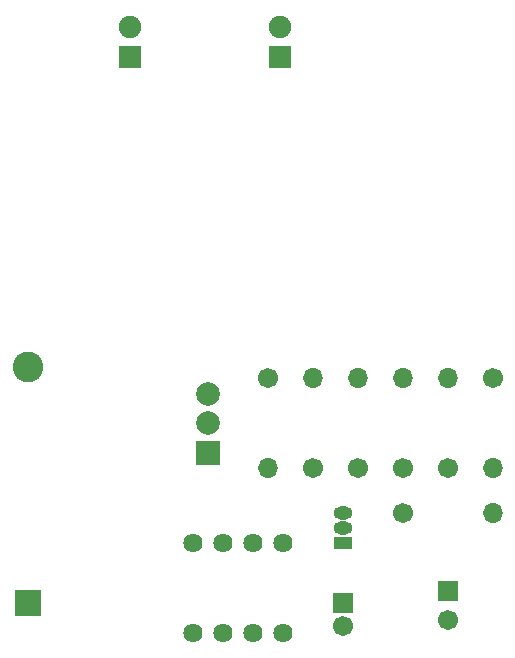
<source format=gts>
G04 #@! TF.FileFunction,Soldermask,Top*
%FSLAX46Y46*%
G04 Gerber Fmt 4.6, Leading zero omitted, Abs format (unit mm)*
G04 Created by KiCad (PCBNEW 4.0.7) date 07/03/23 18:34:59*
%MOMM*%
%LPD*%
G01*
G04 APERTURE LIST*
%ADD10C,0.100000*%
%ADD11R,2.271600X2.271600*%
%ADD12C,2.601600*%
%ADD13R,1.701600X1.701600*%
%ADD14C,1.701600*%
%ADD15R,1.901600X1.901600*%
%ADD16C,1.901600*%
%ADD17O,1.601600X1.101600*%
%ADD18R,1.601600X1.101600*%
%ADD19O,1.701600X1.701600*%
%ADD20R,2.001600X2.001600*%
%ADD21C,2.001600*%
%ADD22C,1.625600*%
G04 APERTURE END LIST*
D10*
D11*
X138938000Y-121158000D03*
D12*
X138938000Y-101158000D03*
D13*
X165608000Y-121158000D03*
D14*
X165608000Y-123158000D03*
D13*
X174498000Y-120142000D03*
D14*
X174498000Y-122642000D03*
D15*
X147574000Y-74930000D03*
D16*
X147574000Y-72390000D03*
D15*
X160274000Y-74930000D03*
D16*
X160274000Y-72390000D03*
D17*
X165608000Y-114808000D03*
X165608000Y-113538000D03*
D18*
X165608000Y-116078000D03*
D14*
X159258000Y-102108000D03*
D19*
X159258000Y-109728000D03*
D14*
X163068000Y-109728000D03*
D19*
X163068000Y-102108000D03*
D14*
X174498000Y-109728000D03*
D19*
X174498000Y-102108000D03*
D14*
X178308000Y-102108000D03*
D19*
X178308000Y-109728000D03*
D14*
X170688000Y-113538000D03*
D19*
X178308000Y-113538000D03*
D14*
X166878000Y-109728000D03*
D19*
X166878000Y-102108000D03*
D14*
X170688000Y-109728000D03*
D19*
X170688000Y-102108000D03*
D20*
X154178000Y-108458000D03*
D21*
X154178000Y-105958000D03*
X154178000Y-103458000D03*
D22*
X152908000Y-116078000D03*
X155448000Y-116078000D03*
X157988000Y-116078000D03*
X160528000Y-116078000D03*
X160528000Y-123698000D03*
X157988000Y-123698000D03*
X152908000Y-123698000D03*
X155448000Y-123698000D03*
M02*

</source>
